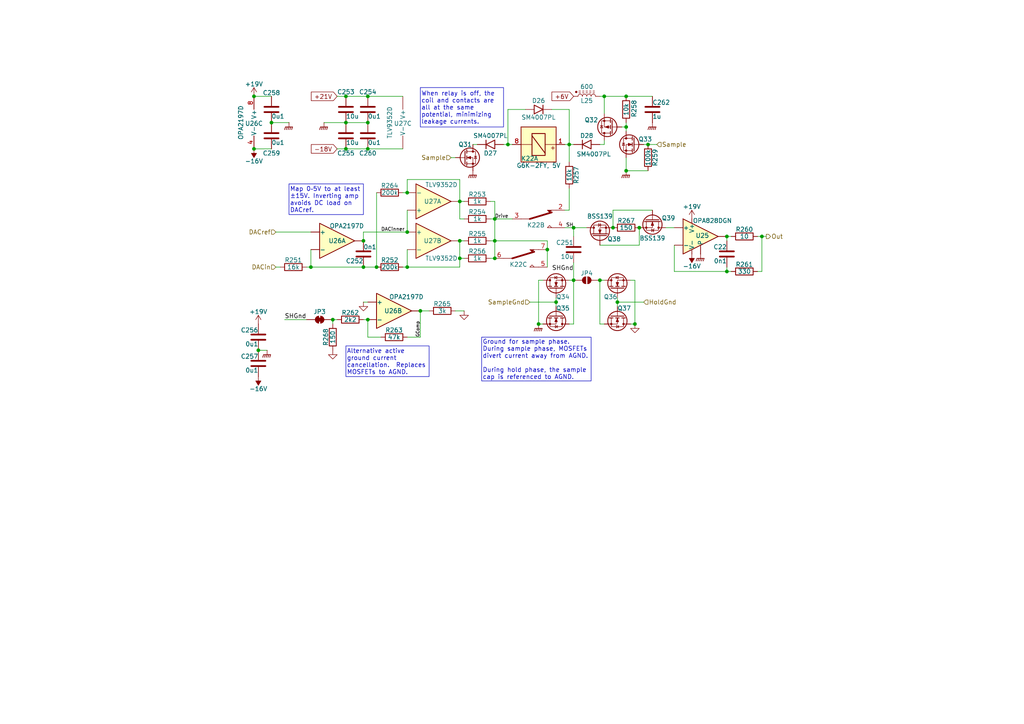
<source format=kicad_sch>
(kicad_sch (version 20250114) (generator "eeschema") (generator_version "9.0")
  (paper "A4")
  (lib_symbols
    (symbol "Device:C" (pin_numbers (hide yes)) (pin_names (offset 0.254))
      (property "Reference" "C" (at 0.635 2.54 0))
      (property "Value" "C" (at 0.635 -2.54 0))
      (symbol "C_1_1"
        (pin passive line (at 0 3.81 270) (length 2.794) (name "~") (number "1"))
        (pin passive line (at 0 -3.81 90) (length 2.794) (name "~") (number "2"))
      )
    )
    (symbol "Device:R" (pin_numbers (hide yes)) (pin_names (offset 0))
      (property "Reference" "R" (at 2.032 0 90))
      (property "Value" "R" (at 0 0 90))
      (symbol "R_1_1"
        (pin passive line (at 0 3.81 270) (length 1.27) (name "~") (number "1"))
        (pin passive line (at 0 -3.81 90) (length 1.27) (name "~") (number "2"))
      )
    )
    (symbol "Jumper:SolderJumper_2_Bridged" (pin_numbers (hide yes)) (pin_names (offset 0) (hide yes)) (in_bom no)
      (property "Reference" "JP" (at 0 2.032 0))
      (property "Value" "SolderJumper_2_Bridged" (at 0 -2.54 0))
      (symbol "SolderJumper_2_Bridged_1_1"
        (pin passive line (at -3.81 0 0) (length 2.54) (name "A") (number "1"))
        (pin passive line (at 3.81 0 180) (length 2.54) (name "B") (number "2"))
      )
    )
    (symbol "Jumper:SolderJumper_2_Open" (pin_numbers (hide yes)) (pin_names (offset 0) (hide yes)) (in_bom no)
      (property "Reference" "JP" (at 0 2.032 0))
      (property "Value" "SolderJumper_2_Open" (at 0 -2.54 0))
      (symbol "SolderJumper_2_Open_1_1"
        (pin passive line (at -3.81 0 0) (length 2.54) (name "A") (number "1"))
        (pin passive line (at 3.81 0 180) (length 2.54) (name "B") (number "2"))
      )
    )
    (symbol "OPA2197D_1" (pin_numbers (hide yes)) (pin_names (offset 0.002))
      (property "Reference" "U" (at 2.54 6.35 0))
      (property "Value" "OPA2197D" (at 2.54 3.81 0))
      (symbol "OPA2197D_1_1_1"
        (pin input line (at -7.62 2.54 0) (length 2.54) (name "+") (number "3"))
        (pin input line (at -7.62 -2.54 0) (length 2.54) (name "-") (number "2"))
        (pin output line (at 7.62 0 180) (length 2.54) (name "~") (number "1"))
      )
      (symbol "OPA2197D_1_2_1"
        (pin input line (at -7.62 2.54 0) (length 2.54) (name "+") (number "5"))
        (pin input line (at -7.62 -2.54 0) (length 2.54) (name "-") (number "6"))
        (pin output line (at 7.62 0 180) (length 2.54) (name "~") (number "7"))
      )
      (symbol "OPA2197D_1_3_1"
        (pin power_in line (at 0 7.62 270) (length 3.81) (name "V+") (number "8"))
        (pin power_in line (at 0 -7.62 90) (length 3.81) (name "V-") (number "4"))
      )
    )
    (symbol "OPA2197D_2" (pin_numbers (hide yes)) (pin_names (offset 0.002))
      (property "Reference" "U" (at 2.54 6.35 0))
      (property "Value" "OPA2197D" (at 2.54 3.81 0))
      (symbol "OPA2197D_2_1_1"
        (pin input line (at -7.62 2.54 0) (length 2.54) (name "+") (number "3"))
        (pin input line (at -7.62 -2.54 0) (length 2.54) (name "-") (number "2"))
        (pin output line (at 7.62 0 180) (length 2.54) (name "~") (number "1"))
      )
      (symbol "OPA2197D_2_2_1"
        (pin input line (at -7.62 2.54 0) (length 2.54) (name "+") (number "5"))
        (pin input line (at -7.62 -2.54 0) (length 2.54) (name "-") (number "6"))
        (pin output line (at 7.62 0 180) (length 2.54) (name "~") (number "7"))
      )
      (symbol "OPA2197D_2_3_1"
        (pin power_in line (at 0 7.62 270) (length 3.81) (name "V+") (number "8"))
        (pin power_in line (at 0 -7.62 90) (length 3.81) (name "V-") (number "4"))
      )
    )
    (symbol "Parts:+19V" (power) (pin_numbers (hide yes)) (pin_names (offset 0) (hide yes))
      (property "Value" "+19V" (at 0 3.556 0))
      (symbol "+19V_1_1"
        (pin power_in line (at 0 0 90) (length 0) (name "~") (number "1"))
      )
    )
    (symbol "Parts:-16V" (power) (pin_numbers (hide yes)) (pin_names (offset 0) (hide yes))
      (property "Value" "-16V" (at 0 -3.556 0))
      (symbol "-16V_0_0"
        (pin power_in line (at 0 0 270) (length 0) (name "~") (number "1"))
      )
    )
    (symbol "Parts:AO3400A" (pin_numbers (hide yes)) (pin_names (offset 0) (hide yes))
      (property "Reference" "Q" (at 5.08 1.905 0))
      (property "Value" "AO3400A" (at 5.08 0 0))
      (symbol "AO3400A_1_1"
        (pin input line (at -2.54 0 0) (length 1.27) (name "G") (number "1"))
        (pin passive line (at 2.54 3.81 270) (length 1.27) (name "D") (number "3"))
        (pin passive line (at 2.54 -3.81 90) (length 1.27) (name "S") (number "2"))
      )
    )
    (symbol "Parts:AO3401A" (pin_numbers (hide yes)) (pin_names (offset 0) (hide yes))
      (property "Reference" "Q" (at 5.08 1.905 0))
      (property "Value" "AO3401A" (at 5.08 0 0))
      (symbol "AO3401A_1_1"
        (pin input line (at -2.54 0 0) (length 1.27) (name "G") (number "1"))
        (pin passive line (at 2.54 3.81 270) (length 1.27) (name "D") (number "3"))
        (pin passive line (at 2.54 -3.81 90) (length 1.27) (name "S") (number "2"))
      )
    )
    (symbol "Parts:BSS139" (pin_numbers (hide yes)) (pin_names (offset 0) (hide yes))
      (property "Reference" "Q" (at 5.08 1.905 0))
      (property "Value" "BSS139" (at 5.08 0 0))
      (symbol "BSS139_1_1"
        (pin input line (at -2.54 0 0) (length 1.27) (name "G") (number "1"))
        (pin passive line (at 2.54 3.81 270) (length 1.27) (name "D") (number "3"))
        (pin passive line (at 2.54 -3.81 90) (length 1.27) (name "S") (number "2"))
      )
    )
    (symbol "Parts:G6K_Split"
      (property "Reference" "K" (at 6.35 1.27 0))
      (property "Value" "G6K_Split" (at 6.35 -1.27 0))
      (symbol "G6K_Split_1_1"
        (text "+" (at 1.016 4.064 0) (effects (font (size 1.27 1.27))))
        (pin passive line (at 0 7.62 270) (length 2.54) (name "~") (number "1"))
        (pin passive line (at 0 -7.62 90) (length 2.54) (name "~") (number "8"))
      )
      (symbol "G6K_Split_2_1"
        (pin passive line (at -2.54 7.62 270) (length 2.54) (name "~") (number "2"))
        (pin passive line (at 0 -7.62 90) (length 2.54) (name "~") (number "3"))
        (pin passive line (at 2.54 7.62 270) (length 2.54) (name "~") (number "4"))
      )
      (symbol "G6K_Split_3_1"
        (pin passive line (at -2.54 7.62 270) (length 2.54) (name "~") (number "7"))
        (pin passive line (at 0 -7.62 90) (length 2.54) (name "~") (number "6"))
        (pin passive line (at 2.54 7.62 270) (length 2.54) (name "~") (number "5"))
      )
    )
    (symbol "Parts:L_Ferrite_Power" (pin_numbers (hide yes)) (pin_names (offset 1.016) (hide yes))
      (property "Reference" "L" (at -1.27 0 90))
      (property "Value" "L_Ferrite_Power" (at 2.794 0 90))
      (symbol "L_Ferrite_Power_1_1"
        (pin power_in line (at 0 3.81 270) (length 1.27) (name "1") (number "1"))
        (pin power_out line (at 0 -3.81 90) (length 1.27) (name "2") (number "2"))
      )
    )
    (symbol "Parts:OPA2197D" (pin_names (offset 0.002))
      (property "Reference" "U" (at 2.54 6.35 0))
      (property "Value" "OPA2197D" (at 2.54 3.81 0))
      (symbol "OPA2197D_1_1"
        (pin input line (at -7.62 2.54 0) (length 2.54) (name "+") (number "3"))
        (pin input line (at -7.62 -2.54 0) (length 2.54) (name "-") (number "2"))
        (pin output line (at 7.62 0 180) (length 2.54) (name "~") (number "1"))
      )
      (symbol "OPA2197D_2_1"
        (pin input line (at -7.62 2.54 0) (length 2.54) (name "+") (number "5"))
        (pin input line (at -7.62 -2.54 0) (length 2.54) (name "-") (number "6"))
        (pin output line (at 7.62 0 180) (length 2.54) (name "~") (number "7"))
      )
      (symbol "OPA2197D_3_1"
        (pin power_in line (at 0 7.62 270) (length 3.81) (name "V+") (number "8"))
        (pin power_in line (at 0 -7.62 90) (length 3.81) (name "V-") (number "4"))
      )
    )
    (symbol "Parts:OPA828DGN" (pin_numbers (hide yes)) (pin_names (offset 0.002))
      (property "Reference" "U" (at 0 0 0))
      (property "Value" "OPA828DGN" (at 3.556 4.318 0))
      (symbol "OPA828DGN_1_1"
        (pin input line (at -7.62 2.54 0) (length 2.54) (name "+") (number "3"))
        (pin input line (at -7.62 -2.54 0) (length 2.54) (name "-") (number "2"))
        (pin power_in line (at -2.54 5.08 270) (length 1.27) (name "V+") (number "7"))
        (pin no_connect line (at -2.54 2.54 270) (length 2.54) (hide yes) (name "NC") (number "1"))
        (pin power_in line (at -2.54 -5.08 90) (length 1.27) (name "V-") (number "4"))
        (pin no_connect line (at 0 2.54 270) (length 2.54) (hide yes) (name "NC") (number "5"))
        (pin no_connect line (at 0 -2.54 90) (length 2.54) (hide yes) (name "NC") (number "8"))
        (pin passive line (at 0 -5.08 90) (length 2.54) (name "P") (number "9"))
        (pin output line (at 7.62 0 180) (length 2.54) (name "~") (number "6"))
      )
    )
    (symbol "Parts:SM4007PL" (pin_numbers (hide yes)) (pin_names (hide yes))
      (property "Reference" "D" (at 0 2.54 0))
      (property "Value" "SM4007PL" (at 0 -2.54 0))
      (symbol "SM4007PL_1_1"
        (pin passive line (at -3.81 0 0) (length 2.54) (name "K") (number "1"))
        (pin passive line (at 3.81 0 180) (length 2.54) (name "A") (number "2"))
      )
    )
    (symbol "Parts:TLV9352D" (pin_numbers (hide yes)) (pin_names (offset 0.002))
      (property "Reference" "U" (at 2.54 6.35 0))
      (property "Value" "TLV9352D" (at 2.54 3.81 0))
      (symbol "TLV9352D_1_1"
        (pin input line (at -7.62 2.54 0) (length 2.54) (name "+") (number "3"))
        (pin input line (at -7.62 -2.54 0) (length 2.54) (name "-") (number "2"))
        (pin output line (at 7.62 0 180) (length 2.54) (name "~") (number "1"))
      )
      (symbol "TLV9352D_2_1"
        (pin input line (at -7.62 2.54 0) (length 2.54) (name "+") (number "5"))
        (pin input line (at -7.62 -2.54 0) (length 2.54) (name "-") (number "6"))
        (pin output line (at 7.62 0 180) (length 2.54) (name "~") (number "7"))
      )
      (symbol "TLV9352D_3_1"
        (pin power_in line (at 0 7.62 270) (length 3.81) (name "V+") (number "8"))
        (pin power_in line (at 0 -7.62 90) (length 3.81) (name "V-") (number "4"))
      )
    )
    (symbol "TLV9352D_1" (pin_numbers (hide yes)) (pin_names (offset 0.002))
      (property "Reference" "U" (at 2.54 6.35 0))
      (property "Value" "TLV9352D" (at 2.54 3.81 0))
      (symbol "TLV9352D_1_1_1"
        (pin input line (at -7.62 2.54 0) (length 2.54) (name "+") (number "3"))
        (pin input line (at -7.62 -2.54 0) (length 2.54) (name "-") (number "2"))
        (pin output line (at 7.62 0 180) (length 2.54) (name "~") (number "1"))
      )
      (symbol "TLV9352D_1_2_1"
        (pin input line (at -7.62 2.54 0) (length 2.54) (name "+") (number "5"))
        (pin input line (at -7.62 -2.54 0) (length 2.54) (name "-") (number "6"))
        (pin output line (at 7.62 0 180) (length 2.54) (name "~") (number "7"))
      )
      (symbol "TLV9352D_1_3_1"
        (pin power_in line (at 0 7.62 270) (length 3.81) (name "V+") (number "8"))
        (pin power_in line (at 0 -7.62 90) (length 3.81) (name "V-") (number "4"))
      )
    )
    (symbol "TLV9352D_2" (pin_numbers (hide yes)) (pin_names (offset 0.002))
      (property "Reference" "U" (at 2.54 6.35 0))
      (property "Value" "TLV9352D" (at 2.54 3.81 0))
      (symbol "TLV9352D_2_1_1"
        (pin input line (at -7.62 2.54 0) (length 2.54) (name "+") (number "3"))
        (pin input line (at -7.62 -2.54 0) (length 2.54) (name "-") (number "2"))
        (pin output line (at 7.62 0 180) (length 2.54) (name "~") (number "1"))
      )
      (symbol "TLV9352D_2_2_1"
        (pin input line (at -7.62 2.54 0) (length 2.54) (name "+") (number "5"))
        (pin input line (at -7.62 -2.54 0) (length 2.54) (name "-") (number "6"))
        (pin output line (at 7.62 0 180) (length 2.54) (name "~") (number "7"))
      )
      (symbol "TLV9352D_2_3_1"
        (pin power_in line (at 0 7.62 270) (length 3.81) (name "V+") (number "8"))
        (pin power_in line (at 0 -7.62 90) (length 3.81) (name "V-") (number "4"))
      )
    )
    (symbol "power:GND" (power) (pin_numbers (hide yes)) (pin_names (offset 0) (hide yes))
      (property "Value" "GND" (at 0 -3.81 0))
      (symbol "GND_1_1"
        (pin power_in line (at 0 0 270) (length 0) (name "~") (number "1"))
      )
    )
    (symbol "power:GNDPWR" (power) (pin_numbers (hide yes)) (pin_names (offset 0) (hide yes))
      (property "Value" "GNDPWR" (at 0 -3.302 0))
      (symbol "GNDPWR_1_1"
        (pin power_in line (at 0 0 270) (length 0) (name "~") (number "1"))
      )
    )
  )
  (text_box "Ground for sample phase. During sample phase, MOSFETs divert current away from AGND.\n\nDuring hold phase, the sample cap is referenced to AGND." (at 139.7 97.79 0) (size 31.75 12.6999) (margins 0.254 0.254 0.254 0.254) (effects (font (size 1.27 1.27)) (justify left)))
  (text_box "Map 0–5V to at least ±15V. Inverting amp avoids DC load on DACref." (at 83.82 53.34 0) (size 21.59 8.8899) (margins 0.254 0.254 0.254 0.254) (effects (font (size 1.27 1.27)) (justify left)))
  (text_box "When relay is off, the coil and contacts are all at the same potential, minimizing leakage currents." (at 121.92 25.4 0) (size 24.13 11.4299) (margins 0.254 0.254 0.254 0.254) (effects (font (size 1.27 1.27)) (justify left)))
  (text_box "Alternative active ground current cancellation.  Replaces MOSFETs to AGND." (at 100.33 100.33 0) (size 24.13 8.89) (margins 0.254 0.254 0.254 0.254) (effects (font (size 1.27 1.27)) (justify left)))
  (junction (at 73.66 27.94))
  (junction (at 184.15 93.98))
  (junction (at 158.75 72.39))
  (junction (at 78.74 35.56))
  (junction (at 100.33 35.56))
  (junction (at 165.1 41.91))
  (junction (at 106.68 27.94))
  (junction (at 177.8 66.04))
  (junction (at 210.82 78.74))
  (junction (at 173.99 81.28))
  (junction (at 105.41 77.47))
  (junction (at 118.11 77.47))
  (junction (at 220.98 68.58))
  (junction (at 147.32 41.91))
  (junction (at 143.51 69.85))
  (junction (at 90.17 77.47))
  (junction (at 118.11 67.31))
  (junction (at 210.82 68.58))
  (junction (at 185.42 66.04))
  (junction (at 133.35 69.85))
  (junction (at 100.33 43.18))
  (junction (at 121.92 90.17))
  (junction (at 181.61 36.83))
  (junction (at 100.33 27.94))
  (junction (at 133.35 58.42))
  (junction (at 74.93 101.6))
  (junction (at 118.11 55.88))
  (junction (at 73.66 43.18))
  (junction (at 181.61 49.53))
  (junction (at 181.61 27.94))
  (junction (at 133.35 74.93))
  (junction (at 105.41 69.85))
  (junction (at 166.37 66.04))
  (junction (at 106.68 35.56))
  (junction (at 143.51 63.5))
  (junction (at 106.68 92.71))
  (junction (at 166.37 81.28))
  (junction (at 106.68 43.18))
  (junction (at 179.07 87.63))
  (junction (at 187.96 41.91))
  (junction (at 156.21 93.98))
  (junction (at 175.26 27.94))
  (junction (at 161.29 87.63))
  (junction (at 143.51 74.93))
  (junction (at 109.22 77.47))
  (junction (at 96.52 92.71))
  (wire (pts (xy 143.51 63.5) (xy 148.59 63.5)))
  (wire (pts (xy 130.81 45.72) (xy 132.08 45.72)))
  (wire (pts (xy 177.8 60.96) (xy 177.8 66.04)))
  (wire (pts (xy 181.61 49.53) (xy 187.96 49.53)))
  (wire (pts (xy 133.35 74.93) (xy 133.35 77.47)))
  (wire (pts (xy 186.69 41.91) (xy 187.96 41.91)))
  (wire (pts (xy 121.92 90.17) (xy 124.46 90.17)))
  (wire (pts (xy 161.29 87.63) (xy 153.67 87.63)))
  (wire (pts (xy 165.1 81.28) (xy 166.37 81.28)))
  (wire (pts (xy 175.26 27.94) (xy 181.61 27.94)))
  (wire (pts (xy 143.51 69.85) (xy 158.75 69.85)))
  (wire (pts (xy 142.24 69.85) (xy 143.51 69.85)))
  (wire (pts (xy 109.22 55.88) (xy 109.22 77.47)))
  (wire (pts (xy 165.1 54.61) (xy 165.1 60.96)))
  (wire (pts (xy 100.33 35.56) (xy 106.68 35.56)))
  (wire (pts (xy 173.99 81.28) (xy 173.99 93.98)))
  (wire (pts (xy 118.11 52.07) (xy 133.35 52.07)))
  (wire (pts (xy 173.99 93.98) (xy 175.26 93.98)))
  (wire (pts (xy 138.43 41.91) (xy 137.16 41.91)))
  (wire (pts (xy 195.58 78.74) (xy 210.82 78.74)))
  (wire (pts (xy 165.1 93.98) (xy 166.37 93.98)))
  (wire (pts (xy 220.98 68.58) (xy 222.25 68.58)))
  (wire (pts (xy 210.82 68.58) (xy 210.82 69.85)))
  (wire (pts (xy 142.24 74.93) (xy 143.51 74.93)))
  (wire (pts (xy 93.98 35.56) (xy 100.33 35.56)))
  (wire (pts (xy 166.37 66.04) (xy 163.83 66.04)))
  (wire (pts (xy 105.41 92.71) (xy 106.68 92.71)))
  (wire (pts (xy 73.66 43.18) (xy 78.74 43.18)))
  (wire (pts (xy 97.79 43.18) (xy 100.33 43.18)))
  (wire (pts (xy 158.75 69.85) (xy 158.75 72.39)))
  (wire (pts (xy 116.84 55.88) (xy 118.11 55.88)))
  (wire (pts (xy 121.92 90.17) (xy 121.92 97.79)))
  (wire (pts (xy 134.62 69.85) (xy 133.35 69.85)))
  (wire (pts (xy 147.32 31.75) (xy 147.32 41.91)))
  (wire (pts (xy 97.79 27.94) (xy 100.33 27.94)))
  (wire (pts (xy 142.24 63.5) (xy 143.51 63.5)))
  (wire (pts (xy 181.61 36.83) (xy 181.61 38.1)))
  (wire (pts (xy 195.58 71.12) (xy 195.58 78.74)))
  (wire (pts (xy 134.62 74.93) (xy 133.35 74.93)))
  (wire (pts (xy 181.61 45.72) (xy 181.61 49.53)))
  (wire (pts (xy 105.41 87.63) (xy 106.68 87.63)))
  (wire (pts (xy 156.21 81.28) (xy 157.48 81.28)))
  (wire (pts (xy 96.52 92.71) (xy 97.79 92.71)))
  (wire (pts (xy 173.99 41.91) (xy 175.26 41.91)))
  (wire (pts (xy 105.41 67.31) (xy 105.41 69.85)))
  (wire (pts (xy 100.33 27.94) (xy 106.68 27.94)))
  (wire (pts (xy 166.37 81.28) (xy 166.37 93.98)))
  (wire (pts (xy 133.35 58.42) (xy 133.35 63.5)))
  (wire (pts (xy 181.61 27.94) (xy 189.23 27.94)))
  (wire (pts (xy 182.88 81.28) (xy 184.15 81.28)))
  (wire (pts (xy 179.07 87.63) (xy 179.07 88.9)))
  (wire (pts (xy 219.71 78.74) (xy 220.98 78.74)))
  (wire (pts (xy 82.55 92.71) (xy 88.9 92.71)))
  (wire (pts (xy 175.26 40.64) (xy 175.26 41.91)))
  (wire (pts (xy 179.07 86.36) (xy 179.07 87.63)))
  (wire (pts (xy 166.37 76.2) (xy 166.37 81.28)))
  (wire (pts (xy 134.62 63.5) (xy 133.35 63.5)))
  (wire (pts (xy 118.11 52.07) (xy 118.11 55.88)))
  (wire (pts (xy 132.08 90.17) (xy 134.62 90.17)))
  (wire (pts (xy 173.99 27.94) (xy 175.26 27.94)))
  (wire (pts (xy 179.07 87.63) (xy 186.69 87.63)))
  (wire (pts (xy 166.37 66.04) (xy 170.18 66.04)))
  (wire (pts (xy 105.41 67.31) (xy 118.11 67.31)))
  (wire (pts (xy 110.49 97.79) (xy 106.68 97.79)))
  (wire (pts (xy 143.51 69.85) (xy 143.51 74.93)))
  (wire (pts (xy 80.01 67.31) (xy 90.17 67.31)))
  (wire (pts (xy 210.82 78.74) (xy 212.09 78.74)))
  (wire (pts (xy 173.99 81.28) (xy 175.26 81.28)))
  (wire (pts (xy 77.47 101.6) (xy 74.93 101.6)))
  (wire (pts (xy 118.11 77.47) (xy 133.35 77.47)))
  (wire (pts (xy 148.59 41.91) (xy 147.32 41.91)))
  (wire (pts (xy 146.05 41.91) (xy 147.32 41.91)))
  (wire (pts (xy 105.41 77.47) (xy 90.17 77.47)))
  (wire (pts (xy 133.35 52.07) (xy 133.35 58.42)))
  (wire (pts (xy 166.37 66.04) (xy 166.37 68.58)))
  (wire (pts (xy 73.66 27.94) (xy 78.74 27.94)))
  (wire (pts (xy 78.74 35.56) (xy 83.82 35.56)))
  (wire (pts (xy 156.21 81.28) (xy 156.21 93.98)))
  (wire (pts (xy 158.75 72.39) (xy 158.75 77.47)))
  (wire (pts (xy 220.98 78.74) (xy 220.98 68.58)))
  (wire (pts (xy 187.96 41.91) (xy 190.5 41.91)))
  (wire (pts (xy 180.34 36.83) (xy 181.61 36.83)))
  (wire (pts (xy 182.88 93.98) (xy 184.15 93.98)))
  (wire (pts (xy 161.29 86.36) (xy 161.29 87.63)))
  (wire (pts (xy 210.82 77.47) (xy 210.82 78.74)))
  (wire (pts (xy 133.35 69.85) (xy 133.35 74.93)))
  (wire (pts (xy 152.4 31.75) (xy 147.32 31.75)))
  (wire (pts (xy 118.11 60.96) (xy 118.11 67.31)))
  (wire (pts (xy 90.17 77.47) (xy 88.9 77.47)))
  (wire (pts (xy 219.71 68.58) (xy 220.98 68.58)))
  (wire (pts (xy 105.41 77.47) (xy 109.22 77.47)))
  (wire (pts (xy 106.68 27.94) (xy 116.84 27.94)))
  (wire (pts (xy 177.8 60.96) (xy 189.23 60.96)))
  (wire (pts (xy 165.1 41.91) (xy 165.1 31.75)))
  (wire (pts (xy 184.15 81.28) (xy 184.15 93.98)))
  (wire (pts (xy 210.82 68.58) (xy 212.09 68.58)))
  (wire (pts (xy 156.21 93.98) (xy 157.48 93.98)))
  (wire (pts (xy 100.33 43.18) (xy 106.68 43.18)))
  (wire (pts (xy 143.51 58.42) (xy 142.24 58.42)))
  (wire (pts (xy 185.42 66.04) (xy 185.42 71.12)))
  (wire (pts (xy 165.1 46.99) (xy 165.1 41.91)))
  (wire (pts (xy 106.68 97.79) (xy 106.68 92.71)))
  (wire (pts (xy 81.28 77.47) (xy 80.01 77.47)))
  (wire (pts (xy 193.04 66.04) (xy 195.58 66.04)))
  (wire (pts (xy 181.61 35.56) (xy 181.61 36.83)))
  (wire (pts (xy 133.35 58.42) (xy 134.62 58.42)))
  (wire (pts (xy 161.29 87.63) (xy 161.29 88.9)))
  (wire (pts (xy 118.11 72.39) (xy 118.11 77.47)))
  (wire (pts (xy 160.02 31.75) (xy 165.1 31.75)))
  (wire (pts (xy 143.51 63.5) (xy 143.51 69.85)))
  (wire (pts (xy 165.1 60.96) (xy 163.83 60.96)))
  (wire (pts (xy 163.83 41.91) (xy 165.1 41.91)))
  (wire (pts (xy 143.51 58.42) (xy 143.51 63.5)))
  (wire (pts (xy 121.92 97.79) (xy 118.11 97.79)))
  (wire (pts (xy 106.68 43.18) (xy 116.84 43.18)))
  (wire (pts (xy 175.26 27.94) (xy 175.26 33.02)))
  (wire (pts (xy 116.84 77.47) (xy 118.11 77.47)))
  (wire (pts (xy 173.99 71.12) (xy 185.42 71.12)))
  (wire (pts (xy 90.17 72.39) (xy 90.17 77.47)))
  (wire (pts (xy 96.52 93.98) (xy 96.52 92.71)))
  (wire (pts (xy 165.1 41.91) (xy 166.37 41.91)))
  (label "SHGnd" (at 166.37 78.74 180))
  (label "GComp" (at 121.92 97.79 90) (effects (font (size 0.889 0.889))))
  (label "Drive" (at 143.51 63.5 0) (effects (font (size 1.016 1.016))))
  (label "SHGnd" (at 82.55 92.71 0) (effects (font (thickness 0.1588))))
  (label "DACinner" (at 110.49 67.31 0) (effects (font (size 1.016 1.016))))
  (label "SH" (at 166.37 66.04 180) (effects (font (size 1.016 1.016))))
  (global_label "+21V" (shape input) (at 97.79 27.94 180) (property "Intersheetrefs" "${INTERSHEET_REFS}" (at 91.2488 27.94 0) (effects (justify right))))
  (global_label "-18V" (shape input) (at 97.79 43.18 180) (property "Intersheetrefs" "${INTERSHEET_REFS}" (at 91.2488 43.18 0) (effects (justify right))))
  (global_label "+6V" (shape input) (at 166.37 27.94 180) (property "Intersheetrefs" "${INTERSHEET_REFS}" (at 165.3563 25.4 0) (effects (justify right))))
  (hierarchical_label "Sample" (shape input) (at 130.81 45.72 180))
  (hierarchical_label "DACin" (shape input) (at 80.01 77.47 180))
  (hierarchical_label "Out" (shape output) (at 222.25 68.58 0))
  (hierarchical_label "Sample" (shape input) (at 190.5 41.91 0))
  (hierarchical_label "HoldGnd" (shape input) (at 186.69 87.63 0))
  (hierarchical_label "DACref" (shape input) (at 80.01 67.31 180))
  (hierarchical_label "SampleGnd" (shape input) (at 153.67 87.63 180))
  (symbol (lib_id "power:GNDPWR") (at 189.23 35.56 0) (unit 1)
    (property "Reference" "#PWR0735" (effects (hide yes)))
    (property "Value" "GNDPWR" (effects (hide yes)))
    (property "Description" "Power symbol creates a global label with name \"GNDPWR\" , global ground" (effects (hide yes)))
    (instances (project "lincal" (path "" (reference "#PWR0736") (unit 1)) (path "" (reference "#PWR0735") (unit 1))))
  )
  (symbol (lib_id "Parts:AO3401A") (at 177.8 36.83 180) (unit 1)
    (property "Reference" "Q22" (at 173.482 34.798 0) (effects (justify left)))
    (property "Value" "AO3401A" (effects (hide yes)))
    (property "Footprint" "Parts:SOT-23" (effects (hide yes)))
    (property "Description" "P-MOSFET transistor, gate/source/drain" (effects (hide yes)))
    (property "LCSC" "C15127" (effects (hide yes)))
    (instances (project "lincal" (path "" (reference "Q32") (unit 1)) (path "" (reference "Q22") (unit 1))))
  )
  (symbol (lib_id "Device:C") (at 106.68 39.37 0) (unit 1)
    (property "Reference" "C210" (at 106.68 44.45 0))
    (property "Value" "0u1" (at 106.68 40.64 0) (effects (justify left top)))
    (property "Footprint" "Capacitor_SMD:C_0402_1005Metric" (effects (hide yes)))
    (property "Datasheet" "X7R, 50V" (effects (hide yes)))
    (property "Description" "Unpolarized capacitor" (effects (hide yes)))
    (property "LCSC" "C307331" (effects (hide yes)))
    (instances (project "lincal" (path "" (reference "C260") (unit 1)) (path "" (reference "C210") (unit 1))))
  )
  (symbol (lib_id "Parts:AO3400A") (at 161.29 83.82 90) (unit 1)
    (property "Reference" "Q24" (at 161.29 86.106 90) (effects (justify right)))
    (property "Value" "AO3400A" (effects (hide yes)))
    (property "Footprint" "Parts:SOT-23" (effects (hide yes)))
    (property "Description" "N-MOSFET transistor, gate/source/drain" (effects (hide yes)))
    (property "LCSC" "C15127" (effects (hide yes)))
    (instances (project "lincal" (path "" (reference "Q34") (unit 1)) (path "" (reference "Q24") (unit 1))))
  )
  (symbol (lib_id "Device:R") (at 85.09 77.47 270) (unit 1)
    (property "Reference" "R201" (at 85.09 75.438 90))
    (property "Value" "16k" (at 85.09 77.47 90))
    (property "Footprint" "Resistor_SMD:R_0603_1608Metric" (effects (hide yes)))
    (property "Description" "Resistor" (effects (hide yes)))
    (property "LCSC" "C22818" (effects (hide yes)))
    (instances (project "lincal" (path "" (reference "R251") (unit 1)) (path "" (reference "R201") (unit 1))))
  )
  (symbol (lib_id "power:GNDPWR") (at 77.47 101.6 0) (unit 1)
    (property "Reference" "#PWR0326" (effects (hide yes)))
    (property "Value" "GNDPWR" (effects (hide yes)))
    (property "Description" "Power symbol creates a global label with name \"GNDPWR\" , global ground" (effects (hide yes)))
    (instances (project "lincal" (path "" (reference "#PWR0327") (unit 1)) (path "" (reference "#PWR0326") (unit 1))))
  )
  (symbol (lib_id "Device:C") (at 78.74 31.75 0) (unit 1)
    (property "Reference" "C208" (at 78.74 26.924 0))
    (property "Value" "0u1" (at 78.74 33.02 0) (effects (justify left top)))
    (property "Footprint" "Capacitor_SMD:C_0402_1005Metric" (effects (hide yes)))
    (property "Datasheet" "X7R, 50V" (effects (hide yes)))
    (property "Description" "Unpolarized capacitor" (effects (hide yes)))
    (property "LCSC" "C307331" (effects (hide yes)))
    (instances (project "lincal" (path "" (reference "C258") (unit 1)) (path "" (reference "C208") (unit 1))))
  )
  (symbol (lib_id "Device:R") (at 113.03 77.47 270) (unit 1)
    (property "Reference" "R202" (at 113.03 75.438 90))
    (property "Value" "200k" (at 113.03 77.47 90))
    (property "Footprint" "Resistor_SMD:R_0402_1005Metric" (effects (hide yes)))
    (property "Description" "Resistor" (effects (hide yes)))
    (instances (project "lincal" (path "" (reference "R252") (unit 1)) (path "" (reference "R202") (unit 1))))
  )
  (symbol (lib_id "Device:C") (at 78.74 39.37 0) (unit 1)
    (property "Reference" "C209" (at 78.74 44.45 0))
    (property "Value" "0u1" (at 78.74 40.64 0) (effects (justify left top)))
    (property "Footprint" "Capacitor_SMD:C_0402_1005Metric" (effects (hide yes)))
    (property "Datasheet" "X7R, 50V" (effects (hide yes)))
    (property "Description" "Unpolarized capacitor" (effects (hide yes)))
    (property "LCSC" "C307331" (effects (hide yes)))
    (instances (project "lincal" (path "" (reference "C259") (unit 1)) (path "" (reference "C209") (unit 1))))
  )
  (symbol (lib_name "TLV9352D_1") (lib_id "Parts:TLV9352D") (at 125.73 58.42 0) (mirror x) (unit 1) (in_bom no)
    (property "Reference" "U23" (at 125.476 58.42 0))
    (property "Value" "TLV9352D" (at 128.016 53.594 0))
    (property "Footprint" "Parts:TLV9352D" (effects (hide yes)))
    (property "Datasheet" "http://www.ti.com/lit/ds/symlink/opa2197.pdf" (effects (hide yes)))
    (property "Description" "Dual 40V, Rail-to-Rail Output, Operational Amplifier, SOIC-8" (effects (hide yes)))
    (property "LCSC" "C139363" (effects (hide yes)))
    (property "Stock" "30" (effects (hide yes)))
    (instances (project "lincal" (path "" (reference "U27") (unit 1)) (path "" (reference "U23") (unit 1))))
  )
  (symbol (lib_name "OPA2197D_1") (lib_id "Parts:OPA2197D") (at 97.79 69.85 0) (unit 2) (in_bom no)
    (property "Reference" "U22" (at 97.79 69.85 0))
    (property "Value" "OPA2197D" (at 100.584 65.532 0))
    (property "Footprint" "Parts:OPA2197" (effects (hide yes)))
    (property "Datasheet" "http://www.ti.com/lit/ds/symlink/opa2197.pdf" (effects (hide yes)))
    (property "Description" "Dual 36V, Precision, Rail-to-Rail Input/Output, Low Offset Voltage, Operational Amplifier, SOIC-8" (effects (hide yes)))
    (property "LCSC" "C139363" (effects (hide yes)))
    (property "Stock" "30" (effects (hide yes)))
    (instances (project "lincal" (path "" (reference "U26") (unit 1)) (path "" (reference "U22") (unit 2))))
  )
  (symbol (lib_id "Parts:SM4007PL") (at 156.21 31.75 180) (unit 1)
    (property "Reference" "D22" (at 156.21 29.21 0))
    (property "Value" "SM4007PL" (at 156.21 34.036 0))
    (property "Footprint" "Parts:D_SOD-123FL" (effects (hide yes)))
    (property "Description" "1000V, 1A, General Purpose Rectifier Diode, SMA(DO-214AC)" (effects (hide yes)))
    (property "LCSC" "C64898" (effects (hide yes)))
    (instances (project "lincal" (path "" (reference "D26") (unit 1)) (path "" (reference "D22") (unit 1))))
  )
  (symbol (lib_id "Parts:BSS139") (at 173.99 68.58 90) (unit 1)
    (property "Reference" "Q28" (at 176.149 69.342 90) (effects (justify right)))
    (property "Value" "BSS139" (at 173.99 62.738 90))
    (property "Footprint" "Parts:SOT-23" (effects (hide yes)))
    (property "Description" "Depletion-mode N-channel MOSFET gate/source/drain" (effects (hide yes)))
    (instances (project "lincal" (path "" (reference "Q38") (unit 1)) (path "" (reference "Q28") (unit 1))))
  )
  (symbol (lib_id "power:GNDPWR") (at 83.82 35.56 0) (unit 1)
    (property "Reference" "#PWR0324" (effects (hide yes)))
    (property "Value" "GNDPWR" (effects (hide yes)))
    (property "Description" "Power symbol creates a global label with name \"GNDPWR\" , global ground" (effects (hide yes)))
    (instances (project "lincal" (path "" (reference "#PWR0325") (unit 1)) (path "" (reference "#PWR0324") (unit 1))))
  )
  (symbol (lib_id "Device:R") (at 128.27 90.17 90) (unit 1)
    (property "Reference" "R214" (at 128.27 88.138 90))
    (property "Value" "3k" (at 128.27 90.17 90))
    (property "Footprint" "Resistor_SMD:R_0603_1608Metric" (effects (hide yes)))
    (property "Datasheet" "Swappable" (effects (hide yes)))
    (property "Description" "Resistor" (effects (hide yes)))
    (instances (project "lincal" (path "" (reference "R265") (unit 1)) (path "" (reference "R214") (unit 1))))
  )
  (symbol (lib_id "Device:C") (at 74.93 105.41 0) (unit 1)
    (property "Reference" "C207" (at 74.93 103.378 0) (effects (justify right)))
    (property "Value" "0u1" (at 74.93 106.68 0) (effects (justify right top)))
    (property "Footprint" "Capacitor_SMD:C_0402_1005Metric" (effects (hide yes)))
    (property "Datasheet" "X7R, 50V" (effects (hide yes)))
    (property "Description" "Unpolarized capacitor" (effects (hide yes)))
    (property "LCSC" "C307331" (effects (hide yes)))
    (instances (project "lincal" (path "" (reference "C257") (unit 1)) (path "" (reference "C207") (unit 1))))
  )
  (symbol (lib_id "Device:R") (at 165.1 50.8 0) (unit 1)
    (property "Reference" "R207" (at 167.132 50.8 90))
    (property "Value" "10k" (at 165.1 50.8 90))
    (property "Footprint" "Resistor_SMD:R_0402_1005Metric" (effects (hide yes)))
    (property "Description" "Resistor" (effects (hide yes)))
    (property "LCSC" "C25744" (effects (hide yes)))
    (instances (project "lincal" (path "" (reference "R257") (unit 1)) (path "" (reference "R207") (unit 1))))
  )
  (symbol (lib_name "TLV9352D_2") (lib_id "Parts:TLV9352D") (at 125.73 69.85 0) (unit 2) (in_bom no)
    (property "Reference" "U23" (at 125.476 69.85 0))
    (property "Value" "TLV9352D" (at 128.016 74.93 0))
    (property "Footprint" "Parts:TLV9352D" (effects (hide yes)))
    (property "Datasheet" "http://www.ti.com/lit/ds/symlink/opa2197.pdf" (effects (hide yes)))
    (property "Description" "Dual 40V, Rail-to-Rail Output, Operational Amplifier, SOIC-8" (effects (hide yes)))
    (property "LCSC" "C139363" (effects (hide yes)))
    (property "Stock" "30" (effects (hide yes)))
    (instances (project "lincal" (path "" (reference "U27") (unit 2)) (path "" (reference "U23") (unit 2))))
  )
  (symbol (lib_id "Device:R") (at 96.52 97.79 180) (unit 1)
    (property "Reference" "R216" (at 94.488 97.79 90))
    (property "Value" "150" (at 96.52 97.79 90))
    (property "Footprint" "Resistor_SMD:R_0402_1005Metric" (effects (hide yes)))
    (property "Description" "Resistor" (effects (hide yes)))
    (instances (project "lincal" (path "" (reference "R268") (unit 1)) (path "" (reference "R216") (unit 1))))
  )
  (symbol (lib_id "Parts:SM4007PL") (at 170.18 41.91 0) (unit 1)
    (property "Reference" "D23" (at 170.18 39.37 0))
    (property "Value" "SM4007PL" (at 172.212 44.704 0))
    (property "Footprint" "Parts:D_SOD-123FL" (effects (hide yes)))
    (property "Description" "1000V, 1A, General Purpose Rectifier Diode, SMA(DO-214AC)" (effects (hide yes)))
    (property "LCSC" "C64898" (effects (hide yes)))
    (instances (project "lincal" (path "" (reference "D28") (unit 1)) (path "" (reference "D23") (unit 1))))
  )
  (symbol (lib_id "Jumper:SolderJumper_2_Bridged") (at 92.71 92.71 0) (unit 1) (in_bom no)
    (property "Reference" "JP1" (at 92.71 90.424 0))
    (property "Value" "SolderJumper_2_Bridged" (effects (hide yes)))
    (property "Footprint" "Parts:JumperClosed" (effects (hide yes)))
    (property "Description" "Solder Jumper, 2-pole, closed/bridged" (effects (hide yes)))
    (instances (project "lincal" (path "" (reference "JP3") (unit 1)) (path "" (reference "JP1") (unit 1))))
  )
  (symbol (lib_id "Device:R") (at 138.43 63.5 90) (unit 1)
    (property "Reference" "R204" (at 138.43 61.468 90))
    (property "Value" "1k" (at 138.43 63.5 90))
    (property "Footprint" "Resistor_SMD:R_0805_2012Metric" (effects (hide yes)))
    (property "Datasheet" "Current!" (effects (hide yes)))
    (property "Description" "Resistor" (effects (hide yes)))
    (property "LCSC" "C17513" (effects (hide yes)))
    (instances (project "lincal" (path "" (reference "R254") (unit 1)) (path "" (reference "R204") (unit 1))))
  )
  (symbol (lib_id "power:GNDPWR") (at 203.2 73.66 0) (unit 1)
    (property "Reference" "#PWR076" (effects (hide yes)))
    (property "Value" "GNDPWR" (effects (hide yes)))
    (property "Description" "Power symbol creates a global label with name \"GNDPWR\" , global ground" (effects (hide yes)))
    (instances (project "lincal" (path "" (reference "#PWR0102") (unit 1)) (path "" (reference "#PWR076") (unit 1))))
  )
  (symbol (lib_id "Device:R") (at 113.03 55.88 270) (unit 1)
    (property "Reference" "R266" (at 113.03 53.848 90))
    (property "Value" "200k" (at 113.03 55.88 90))
    (property "Footprint" "Resistor_SMD:R_0402_1005Metric" (effects (hide yes)))
    (property "Description" "Resistor" (effects (hide yes)))
    (instances (project "lincal" (path "" (reference "R264") (unit 1)) (path "" (reference "R266") (unit 1))))
  )
  (symbol (lib_id "Device:C") (at 105.41 73.66 0) (unit 1)
    (property "Reference" "C202" (at 105.41 75.692 0) (effects (justify right)))
    (property "Value" "0n1" (at 105.41 71.628 0) (effects (justify left)))
    (property "Footprint" "Capacitor_SMD:C_0603_1608Metric" (effects (hide yes)))
    (property "Datasheet" "C0G, 50V" (effects (hide yes)))
    (property "Description" "Unpolarized capacitor" (effects (hide yes)))
    (instances (project "lincal" (path "" (reference "C252") (unit 1)) (path "" (reference "C202") (unit 1))))
  )
  (symbol (lib_id "Parts:G6K_Split") (at 151.13 74.93 270) (unit 2) (in_bom no)
    (property "Reference" "K21" (at 150.368 76.708 90))
    (property "Value" "G6K-2FY, 5V" (effects (hide yes)))
    (property "Footprint" "Relay_SMD:Relay_DPDT_Omron_G6K-2F-Y" (effects (hide yes)))
    (property "Datasheet" "http://omronfs.omron.com/en_US/ecb/products/pdf/en-g5v_2.pdf" (effects (hide yes)))
    (property "Description" "Relay Miniature Omron DPDT" (effects (hide yes)))
    (instances (project "lincal" (path "" (reference "K22") (unit 3)) (path "" (reference "K21") (unit 2))))
  )
  (symbol (lib_id "Parts:+19V") (at 200.66 63.5 0) (unit 1)
    (property "Reference" "#PWR98" (effects (hide yes)))
    (property "Value" "+19V" (at 200.66 59.944 0))
    (property "Description" "Power symbol creates a global label with name \"+19\"" (effects (hide yes)))
    (instances (project "lincal" (path "" (reference "#PWR100") (unit 1)) (path "" (reference "#PWR98") (unit 1))))
  )
  (symbol (lib_id "Device:R") (at 215.9 78.74 270) (unit 1)
    (property "Reference" "R211" (at 215.9 76.708 90))
    (property "Value" "330" (at 215.9 78.74 90))
    (property "Footprint" "Resistor_SMD:R_0402_1005Metric" (effects (hide yes)))
    (property "Description" "Resistor" (effects (hide yes)))
    (property "LCSC" "C25104" (effects (hide yes)))
    (instances (project "lincal" (path "" (reference "R261") (unit 1)) (path "" (reference "R211") (unit 1))))
  )
  (symbol (lib_id "Device:R") (at 181.61 66.04 270) (unit 1)
    (property "Reference" "R215" (at 181.61 64.008 90))
    (property "Value" "150" (at 181.61 66.04 90))
    (property "Footprint" "Resistor_SMD:R_0402_1005Metric" (effects (hide yes)))
    (property "Description" "Resistor" (effects (hide yes)))
    (property "LCSC" "C25076" (effects (hide yes)))
    (instances (project "lincal" (path "" (reference "R267") (unit 1)) (path "" (reference "R215") (unit 1))))
  )
  (symbol (lib_id "Parts:G6K_Split") (at 156.21 63.5 270) (unit 3) (in_bom no)
    (property "Reference" "K21" (at 155.448 65.278 90))
    (property "Value" "G6K-2FY, 5V" (effects (hide yes)))
    (property "Footprint" "Relay_SMD:Relay_DPDT_Omron_G6K-2F-Y" (effects (hide yes)))
    (property "Datasheet" "http://omronfs.omron.com/en_US/ecb/products/pdf/en-g5v_2.pdf" (effects (hide yes)))
    (property "Description" "Relay Miniature Omron DPDT" (effects (hide yes)))
    (instances (project "lincal" (path "" (reference "K22") (unit 2)) (path "" (reference "K21") (unit 3))))
  )
  (symbol (lib_id "Parts:-16V") (at 200.66 73.66 0) (unit 1)
    (property "Reference" "#PWR99" (effects (hide yes)))
    (property "Value" "-16V" (at 200.66 77.216 0))
    (property "Description" "Power symbol creates a global label with name \"-16V\"" (effects (hide yes)))
    (instances (project "lincal" (path "" (reference "#PWR101") (unit 1)) (path "" (reference "#PWR99") (unit 1))))
  )
  (symbol (lib_id "power:GNDPWR") (at 93.98 35.56 0) (unit 1)
    (property "Reference" "#PWR021" (effects (hide yes)))
    (property "Value" "GNDPWR" (effects (hide yes)))
    (property "Description" "Power symbol creates a global label with name \"GNDPWR\" , global ground" (effects (hide yes)))
    (instances (project "lincal" (path "" (reference "#PWR022") (unit 1)) (path "" (reference "#PWR021") (unit 1))))
  )
  (symbol (lib_id "Parts:AO3400A") (at 184.15 41.91 0) (mirror y) (unit 1)
    (property "Reference" "Q23" (at 185.166 40.386 0) (effects (justify right)))
    (property "Value" "AO3400A" (effects (hide yes)))
    (property "Footprint" "Parts:SOT-23" (effects (hide yes)))
    (property "Description" "N-MOSFET transistor, gate/source/drain" (effects (hide yes)))
    (property "LCSC" "C15127" (effects (hide yes)))
    (instances (project "lincal" (path "" (reference "Q33") (unit 1)) (path "" (reference "Q23") (unit 1))))
  )
  (symbol (lib_id "Jumper:SolderJumper_2_Open") (at 170.18 81.28 0) (unit 1) (in_bom no)
    (property "Reference" "JP2" (at 170.18 79.248 0))
    (property "Value" "SolderJumper_2_Open" (effects (hide yes)))
    (property "Footprint" "Parts:JumperClosed" (effects (hide yes)))
    (property "Description" "Solder Jumper, 2-pole, open" (effects (hide yes)))
    (instances (project "" (path "" (reference "JP4") (unit 1)) (path "" (reference "JP2") (unit 1))))
  )
  (symbol (lib_id "Device:C") (at 100.33 31.75 0) (unit 1)
    (property "Reference" "C203" (at 100.33 26.67 0))
    (property "Value" "10u" (at 100.33 33.02 0) (effects (justify left top)))
    (property "Footprint" "Capacitor_SMD:C_0805_2012Metric" (effects (hide yes)))
    (property "Datasheet" "50V" (effects (hide yes)))
    (property "Description" "Unpolarized capacitor" (effects (hide yes)))
    (property "LCSC" "C440198" (effects (hide yes)))
    (instances (project "lincal" (path "" (reference "C253") (unit 1)) (path "" (reference "C203") (unit 1))))
  )
  (symbol (lib_id "Device:R") (at 138.43 69.85 90) (unit 1)
    (property "Reference" "R205" (at 138.43 67.818 90))
    (property "Value" "1k" (at 138.43 69.85 90))
    (property "Footprint" "Resistor_SMD:R_0805_2012Metric" (effects (hide yes)))
    (property "Datasheet" "Current!" (effects (hide yes)))
    (property "Description" "Resistor" (effects (hide yes)))
    (property "LCSC" "C17513" (effects (hide yes)))
    (instances (project "lincal" (path "" (reference "R255") (unit 1)) (path "" (reference "R205") (unit 1))))
  )
  (symbol (lib_id "Device:R") (at 181.61 31.75 0) (unit 1)
    (property "Reference" "R208" (at 183.896 31.496 90))
    (property "Value" "10k" (at 181.61 31.75 90))
    (property "Footprint" "Resistor_SMD:R_0402_1005Metric" (effects (hide yes)))
    (property "Description" "Resistor" (effects (hide yes)))
    (property "LCSC" "C25744" (effects (hide yes)))
    (instances (project "lincal" (path "" (reference "R258") (unit 1)) (path "" (reference "R208") (unit 1))))
  )
  (symbol (lib_id "power:GNDPWR") (at 137.16 49.53 0) (unit 1)
    (property "Reference" "#PWR010" (effects (hide yes)))
    (property "Value" "GNDPWR" (effects (hide yes)))
    (property "Description" "Power symbol creates a global label with name \"GNDPWR\" , global ground" (effects (hide yes)))
    (instances (project "lincal" (path "" (reference "#PWR011") (unit 1)) (path "" (reference "#PWR010") (unit 1))))
  )
  (symbol (lib_id "Device:R") (at 114.3 97.79 90) (unit 1)
    (property "Reference" "R213" (at 114.3 95.758 90))
    (property "Value" "47k" (at 114.3 97.79 90))
    (property "Footprint" "Resistor_SMD:R_0603_1608Metric" (effects (hide yes)))
    (property "Description" "Resistor" (effects (hide yes)))
    (instances (project "lincal" (path "" (reference "R263") (unit 1)) (path "" (reference "R213") (unit 1))))
  )
  (symbol (lib_id "Device:C") (at 106.68 31.75 0) (unit 1)
    (property "Reference" "C204" (at 106.68 26.67 0))
    (property "Value" "0u1" (at 106.68 33.02 0) (effects (justify left top)))
    (property "Footprint" "Capacitor_SMD:C_0402_1005Metric" (effects (hide yes)))
    (property "Datasheet" "X7R, 50V" (effects (hide yes)))
    (property "Description" "Unpolarized capacitor" (effects (hide yes)))
    (property "LCSC" "C307331" (effects (hide yes)))
    (instances (project "lincal" (path "" (reference "C254") (unit 1)) (path "" (reference "C204") (unit 1))))
  )
  (symbol (lib_id "power:GND") (at 184.15 93.98 0) (unit 1)
    (property "Reference" "#PWR035" (effects (hide yes)))
    (property "Value" "GND" (effects (hide yes)))
    (property "Description" "Power symbol creates a global label with name \"GND\" , ground" (effects (hide yes)))
    (instances (project "" (path "" (reference "#PWR036") (unit 1)) (path "" (reference "#PWR035") (unit 1))))
  )
  (symbol (lib_id "Parts:AO3400A") (at 161.29 91.44 270) (unit 1)
    (property "Reference" "Q25" (at 161.29 89.408 90) (effects (justify left)))
    (property "Value" "AO3400A" (effects (hide yes)))
    (property "Footprint" "Parts:SOT-23" (effects (hide yes)))
    (property "Description" "N-MOSFET transistor, gate/source/drain" (effects (hide yes)))
    (property "LCSC" "C15127" (effects (hide yes)))
    (instances (project "lincal" (path "" (reference "Q35") (unit 1)) (path "" (reference "Q25") (unit 1))))
  )
  (symbol (lib_id "Parts:AO3400A") (at 179.07 83.82 90) (unit 1)
    (property "Reference" "Q26" (at 179.07 86.106 90) (effects (justify left)))
    (property "Value" "AO3400A" (effects (hide yes)))
    (property "Footprint" "Parts:SOT-23" (effects (hide yes)))
    (property "Description" "N-MOSFET transistor, gate/source/drain" (effects (hide yes)))
    (property "LCSC" "C15127" (effects (hide yes)))
    (instances (project "lincal" (path "" (reference "Q36") (unit 1)) (path "" (reference "Q26") (unit 1))))
  )
  (symbol (lib_id "Parts:+19V") (at 74.93 93.98 0) (unit 1)
    (property "Reference" "#PWR328" (effects (hide yes)))
    (property "Value" "+19V" (at 74.93 90.424 0))
    (property "Description" "Power symbol creates a global label with name \"+19\"" (effects (hide yes)))
    (instances (project "lincal" (path "" (reference "#PWR330") (unit 1)) (path "" (reference "#PWR328") (unit 1))))
  )
  (symbol (lib_id "Parts:G6K_Split") (at 156.21 41.91 270) (unit 1) (in_bom no)
    (property "Reference" "K21" (at 151.13 45.974 90) (effects (justify left)))
    (property "Value" "G6K-2FY, 5V" (at 156.21 48.006 90))
    (property "Footprint" "Relay_SMD:Relay_DPDT_Omron_G6K-2F-Y" (effects (hide yes)))
    (property "Datasheet" "http://omronfs.omron.com/en_US/ecb/products/pdf/en-g5v_2.pdf" (effects (hide yes)))
    (property "Description" "Relay Miniature Omron DPDT" (effects (hide yes)))
    (instances (project "" (path "" (reference "K22") (unit 1)) (path "" (reference "K21") (unit 1))))
  )
  (symbol (lib_id "Device:R") (at 215.9 68.58 270) (unit 1)
    (property "Reference" "R210" (at 215.9 66.548 90))
    (property "Value" "10" (at 215.9 68.58 90))
    (property "Footprint" "Resistor_SMD:R_0402_1005Metric" (effects (hide yes)))
    (property "Description" "Resistor" (effects (hide yes)))
    (property "LCSC" "C25077" (effects (hide yes)))
    (instances (project "lincal" (path "" (reference "R260") (unit 1)) (path "" (reference "R210") (unit 1))))
  )
  (symbol (lib_id "Device:C") (at 189.23 31.75 0) (unit 1)
    (property "Reference" "C212" (at 189.23 29.718 0) (effects (justify left)))
    (property "Value" "1u" (at 189.23 33.782 0) (effects (justify left)))
    (property "Footprint" "Capacitor_SMD:C_0402_1005Metric" (effects (hide yes)))
    (property "Datasheet" "25V" (effects (hide yes)))
    (property "Description" "Unpolarized capacitor" (effects (hide yes)))
    (property "LCSC" "C52923" (effects (hide yes)))
    (instances (project "lincal" (path "" (reference "C262") (unit 1)) (path "" (reference "C212") (unit 1))))
  )
  (symbol (lib_id "Device:C") (at 166.37 72.39 0) (unit 1) (in_bom no)
    (property "Reference" "C201" (at 166.37 70.358 0) (effects (justify right)))
    (property "Value" "10u" (at 166.37 74.422 0) (effects (justify right)))
    (property "Footprint" "Parts:C_Rect_L31.5mm_W15.0mm_P27.50mm_Duo" (effects (hide yes)))
    (property "Datasheet" "Sample & hold" (effects (hide yes)))
    (property "Description" "Unpolarized capacitor" (effects (hide yes)))
    (property "Stock" "5" (effects (hide yes)))
    (instances (project "lincal" (path "" (reference "C251") (unit 1)) (path "" (reference "C201") (unit 1))))
  )
  (symbol (lib_id "Parts:OPA2197D") (at 73.66 35.56 0) (mirror y) (unit 3) (in_bom no)
    (property "Reference" "U22" (at 73.66 35.814 0))
    (property "Value" "OPA2197D" (at 69.85 35.56 90))
    (property "Footprint" "Parts:OPA2197" (effects (hide yes)))
    (property "Datasheet" "http://www.ti.com/lit/ds/symlink/opa2197.pdf" (effects (hide yes)))
    (property "Description" "Dual 36V, Precision, Rail-to-Rail Input/Output, Low Offset Voltage, Operational Amplifier, SOIC-8" (effects (hide yes)))
    (property "LCSC" "C139363" (effects (hide yes)))
    (property "Stock" "30" (effects (hide yes)))
    (instances (project "lincal" (path "" (reference "U26") (unit 3)) (path "" (reference "U22") (unit 3))))
  )
  (symbol (lib_id "Device:R") (at 101.6 92.71 90) (unit 1)
    (property "Reference" "R212" (at 101.6 90.678 90))
    (property "Value" "2k2" (at 101.6 92.71 90))
    (property "Footprint" "Resistor_SMD:R_0603_1608Metric" (effects (hide yes)))
    (property "Description" "Resistor" (effects (hide yes)))
    (instances (project "lincal" (path "" (reference "R262") (unit 1)) (path "" (reference "R212") (unit 1))))
  )
  (symbol (lib_id "Parts:L_Ferrite_Power") (at 170.18 27.94 90) (unit 1)
    (property "Reference" "L21" (at 170.18 29.21 90))
    (property "Value" "600" (at 170.18 25.146 90))
    (property "Footprint" "Inductor_SMD:L_0603_1608Metric" (effects (hide yes)))
    (property "Datasheet" "200mA / 450mΩ" (effects (hide yes)))
    (property "Description" "Inductor with ferrite core" (effects (hide yes)))
    (property "LCSC" "C1002" (effects (hide yes)))
    (instances (project "lincal" (path "" (reference "L25") (unit 1)) (path "" (reference "L21") (unit 1))))
  )
  (symbol (lib_id "Parts:SM4007PL") (at 142.24 41.91 0) (unit 1)
    (property "Reference" "D21" (at 142.24 44.45 0))
    (property "Value" "SM4007PL" (at 142.24 39.37 0))
    (property "Footprint" "Parts:D_SOD-123FL" (effects (hide yes)))
    (property "Description" "1000V, 1A, General Purpose Rectifier Diode, SMA(DO-214AC)" (effects (hide yes)))
    (property "LCSC" "C64898" (effects (hide yes)))
    (instances (project "" (path "" (reference "D27") (unit 1)) (path "" (reference "D21") (unit 1))))
  )
  (symbol (lib_id "power:GND") (at 96.52 101.6 0) (mirror y) (unit 1)
    (property "Reference" "#PWR037" (effects (hide yes)))
    (property "Value" "GND" (effects (hide yes)))
    (property "Description" "Power symbol creates a global label with name \"GND\" , ground" (effects (hide yes)))
    (instances (project "lincal" (path "" (reference "#PWR038") (unit 1)) (path "" (reference "#PWR037") (unit 1))))
  )
  (symbol (lib_id "Device:C") (at 100.33 39.37 0) (unit 1)
    (property "Reference" "C205" (at 100.33 44.45 0))
    (property "Value" "10u" (at 100.33 40.64 0) (effects (justify left top)))
    (property "Footprint" "Capacitor_SMD:C_0805_2012Metric" (effects (hide yes)))
    (property "Datasheet" "50V" (effects (hide yes)))
    (property "Description" "Unpolarized capacitor" (effects (hide yes)))
    (property "LCSC" "C440198" (effects (hide yes)))
    (instances (project "lincal" (path "" (reference "C255") (unit 1)) (path "" (reference "C205") (unit 1))))
  )
  (symbol (lib_id "Device:R") (at 187.96 45.72 0) (unit 1)
    (property "Reference" "R209" (at 189.992 45.72 90))
    (property "Value" "100k" (at 187.96 45.72 90))
    (property "Footprint" "Resistor_SMD:R_0402_1005Metric" (effects (hide yes)))
    (property "Description" "Resistor" (effects (hide yes)))
    (property "LCSC" "C25741" (effects (hide yes)))
    (instances (project "lincal" (path "" (reference "R259") (unit 1)) (path "" (reference "R209") (unit 1))))
  )
  (symbol (lib_id "power:GND") (at 134.62 90.17 0) (unit 1)
    (property "Reference" "#PWR041" (effects (hide yes)))
    (property "Value" "GND" (effects (hide yes)))
    (property "Description" "Power symbol creates a global label with name \"GND\" , ground" (effects (hide yes)))
    (instances (project "lincal" (path "" (reference "#PWR042") (unit 1)) (path "" (reference "#PWR041") (unit 1))))
  )
  (symbol (lib_id "Parts:OPA828DGN") (at 203.2 68.58 0) (unit 1)
    (property "Reference" "U21" (at 203.708 68.326 0))
    (property "Value" "OPA828DGN" (at 200.914 64.008 0) (effects (justify left)))
    (property "Footprint" "Parts:OPA828DGN" (effects (hide yes)))
    (property "Datasheet" "http://www.ti.com/lit/ds/symlink/opa188.pdf" (effects (hide yes)))
    (property "Description" "Precision, Low-Noise, 36-V, JFET input." (effects (hide yes)))
    (property "LCSC" "C20345611" (effects (hide yes)))
    (instances (project "lincal" (path "" (reference "U25") (unit 1)) (path "" (reference "U21") (unit 1))))
  )
  (symbol (lib_id "Device:R") (at 138.43 58.42 90) (unit 1)
    (property "Reference" "R203" (at 138.43 56.388 90))
    (property "Value" "1k" (at 138.43 58.42 90))
    (property "Footprint" "Resistor_SMD:R_0805_2012Metric" (effects (hide yes)))
    (property "Datasheet" "Current!" (effects (hide yes)))
    (property "Description" "Resistor" (effects (hide yes)))
    (property "LCSC" "C17513" (effects (hide yes)))
    (instances (project "lincal" (path "" (reference "R253") (unit 1)) (path "" (reference "R203") (unit 1))))
  )
  (symbol (lib_id "Parts:TLV9352D") (at 116.84 35.56 0) (mirror y) (unit 3) (in_bom no)
    (property "Reference" "U23" (at 116.84 35.814 0))
    (property "Value" "TLV9352D" (at 113.03 35.56 90))
    (property "Footprint" "Parts:TLV9352D" (effects (hide yes)))
    (property "Datasheet" "http://www.ti.com/lit/ds/symlink/opa2197.pdf" (effects (hide yes)))
    (property "Description" "Dual 40V, Rail-to-Rail Output, Operational Amplifier, SOIC-8" (effects (hide yes)))
    (property "LCSC" "C139363" (effects (hide yes)))
    (property "Stock" "30" (effects (hide yes)))
    (instances (project "lincal" (path "" (reference "U27") (unit 3)) (path "" (reference "U23") (unit 3))))
  )
  (symbol (lib_id "Parts:AO3400A") (at 179.07 91.44 270) (unit 1)
    (property "Reference" "Q27" (at 179.07 89.408 90) (effects (justify left)))
    (property "Value" "AO3400A" (effects (hide yes)))
    (property "Footprint" "Parts:SOT-23" (effects (hide yes)))
    (property "Description" "N-MOSFET transistor, gate/source/drain" (effects (hide yes)))
    (property "LCSC" "C15127" (effects (hide yes)))
    (instances (project "lincal" (path "" (reference "Q37") (unit 1)) (path "" (reference "Q27") (unit 1))))
  )
  (symbol (lib_id "power:GNDPWR") (at 181.61 49.53 0) (unit 1)
    (property "Reference" "#PWR07" (effects (hide yes)))
    (property "Value" "GNDPWR" (effects (hide yes)))
    (property "Description" "Power symbol creates a global label with name \"GNDPWR\" , global ground" (effects (hide yes)))
    (instances (project "lincal" (path "" (reference "#PWR09") (unit 1)) (path "" (reference "#PWR07") (unit 1))))
  )
  (symbol (lib_id "power:GNDPWR") (at 156.21 93.98 0) (unit 1)
    (property "Reference" "#PWR096" (effects (hide yes)))
    (property "Value" "GNDPWR" (effects (hide yes)))
    (property "Description" "Power symbol creates a global label with name \"GNDPWR\" , global ground" (effects (hide yes)))
    (instances (project "lincal" (path "" (reference "#PWR0108") (unit 1)) (path "" (reference "#PWR096") (unit 1))))
  )
  (symbol (lib_id "Device:C") (at 74.93 97.79 0) (unit 1)
    (property "Reference" "C206" (at 74.93 95.758 0) (effects (justify right)))
    (property "Value" "0u1" (at 74.93 99.06 0) (effects (justify right top)))
    (property "Footprint" "Capacitor_SMD:C_0402_1005Metric" (effects (hide yes)))
    (property "Datasheet" "X7R, 50V" (effects (hide yes)))
    (property "Description" "Unpolarized capacitor" (effects (hide yes)))
    (property "LCSC" "C307331" (effects (hide yes)))
    (instances (project "lincal" (path "" (reference "C256") (unit 1)) (path "" (reference "C206") (unit 1))))
  )
  (symbol (lib_id "Device:C") (at 210.82 73.66 0) (unit 1)
    (property "Reference" "C211" (at 210.82 71.628 0) (effects (justify right)))
    (property "Value" "0n1" (at 210.82 75.692 0) (effects (justify right)))
    (property "Footprint" "Capacitor_SMD:C_0603_1608Metric" (effects (hide yes)))
    (property "Datasheet" "C0G, 50V" (effects (hide yes)))
    (property "Description" "Unpolarized capacitor" (effects (hide yes)))
    (instances (project "lincal" (path "" (reference "C22") (unit 1)) (path "" (reference "C211") (unit 1))))
  )
  (symbol (lib_id "Device:R") (at 138.43 74.93 90) (unit 1)
    (property "Reference" "R206" (at 138.43 72.898 90))
    (property "Value" "1k" (at 138.43 74.93 90))
    (property "Footprint" "Resistor_SMD:R_0805_2012Metric" (effects (hide yes)))
    (property "Datasheet" "Current!" (effects (hide yes)))
    (property "Description" "Resistor" (effects (hide yes)))
    (property "LCSC" "C17513" (effects (hide yes)))
    (instances (project "lincal" (path "" (reference "R256") (unit 1)) (path "" (reference "R206") (unit 1))))
  )
  (symbol (lib_id "power:GND") (at 105.41 87.63 0) (unit 1)
    (property "Reference" "#PWR0201" (effects (hide yes)))
    (property "Value" "GND" (effects (hide yes)))
    (property "Description" "Power symbol creates a global label with name \"GND\" , ground" (effects (hide yes)))
    (instances (project "lincal" (path "" (reference "#PWR0202") (unit 1)) (path "" (reference "#PWR0201") (unit 1))))
  )
  (symbol (lib_id "Parts:AO3400A") (at 134.62 45.72 0) (unit 1)
    (property "Reference" "Q21" (at 136.906 41.91 0) (effects (justify right)))
    (property "Value" "AO3400A" (effects (hide yes)))
    (property "Footprint" "Parts:SOT-23" (effects (hide yes)))
    (property "Description" "N-MOSFET transistor, gate/source/drain" (effects (hide yes)))
    (property "LCSC" "C15127" (effects (hide yes)))
    (instances (project "lincal" (path "" (reference "Q31") (unit 1)) (path "" (reference "Q21") (unit 1))))
  )
  (symbol (lib_name "OPA2197D_2") (lib_id "Parts:OPA2197D") (at 114.3 90.17 0) (unit 1) (in_bom no)
    (property "Reference" "U22" (at 114.046 90.17 0))
    (property "Value" "OPA2197D" (at 117.856 86.106 0))
    (property "Footprint" "Parts:OPA2197" (effects (hide yes)))
    (property "Datasheet" "http://www.ti.com/lit/ds/symlink/opa2197.pdf" (effects (hide yes)))
    (property "Description" "Dual 36V, Precision, Rail-to-Rail Input/Output, Low Offset Voltage, Operational Amplifier, SOIC-8" (effects (hide yes)))
    (property "LCSC" "C139363" (effects (hide yes)))
    (property "Stock" "30" (effects (hide yes)))
    (instances (project "lincal" (path "" (reference "U26") (unit 2)) (path "" (reference "U22") (unit 1))))
  )
  (symbol (lib_id "Parts:-16V") (at 73.66 43.18 0) (unit 1)
    (property "Reference" "#PWR90" (effects (hide yes)))
    (property "Value" "-16V" (at 73.66 46.736 0))
    (property "Description" "Power symbol creates a global label with name \"-16V\"" (effects (hide yes)))
    (instances (project "lincal" (path "" (reference "#PWR92") (unit 1)) (path "" (reference "#PWR90") (unit 1))))
  )
  (symbol (lib_id "Parts:+19V") (at 73.66 27.94 0) (unit 1)
    (property "Reference" "#PWR81" (effects (hide yes)))
    (property "Value" "+19V" (at 73.66 24.384 0))
    (property "Description" "Power symbol creates a global label with name \"+19\"" (effects (hide yes)))
    (instances (project "lincal" (path "" (reference "#PWR91") (unit 1)) (path "" (reference "#PWR81") (unit 1))))
  )
  (symbol (lib_id "Parts:BSS139") (at 189.23 63.5 270) (unit 1)
    (property "Reference" "Q29" (at 191.897 63.246 90) (effects (justify left)))
    (property "Value" "BSS139" (at 189.23 69.088 90))
    (property "Footprint" "Parts:SOT-23" (effects (hide yes)))
    (property "Description" "Depletion-mode N-channel MOSFET gate/source/drain" (effects (hide yes)))
    (instances (project "" (path "" (reference "Q39") (unit 1)) (path "" (reference "Q29") (unit 1))))
  )
  (symbol (lib_id "Parts:-16V") (at 74.93 109.22 0) (unit 1)
    (property "Reference" "#PWR329" (effects (hide yes)))
    (property "Value" "-16V" (at 74.93 112.776 0))
    (property "Description" "Power symbol creates a global label with name \"-16V\"" (effects (hide yes)))
    (instances (project "lincal" (path "" (reference "#PWR331") (unit 1)) (path "" (reference "#PWR329") (unit 1))))
  )
)
</source>
